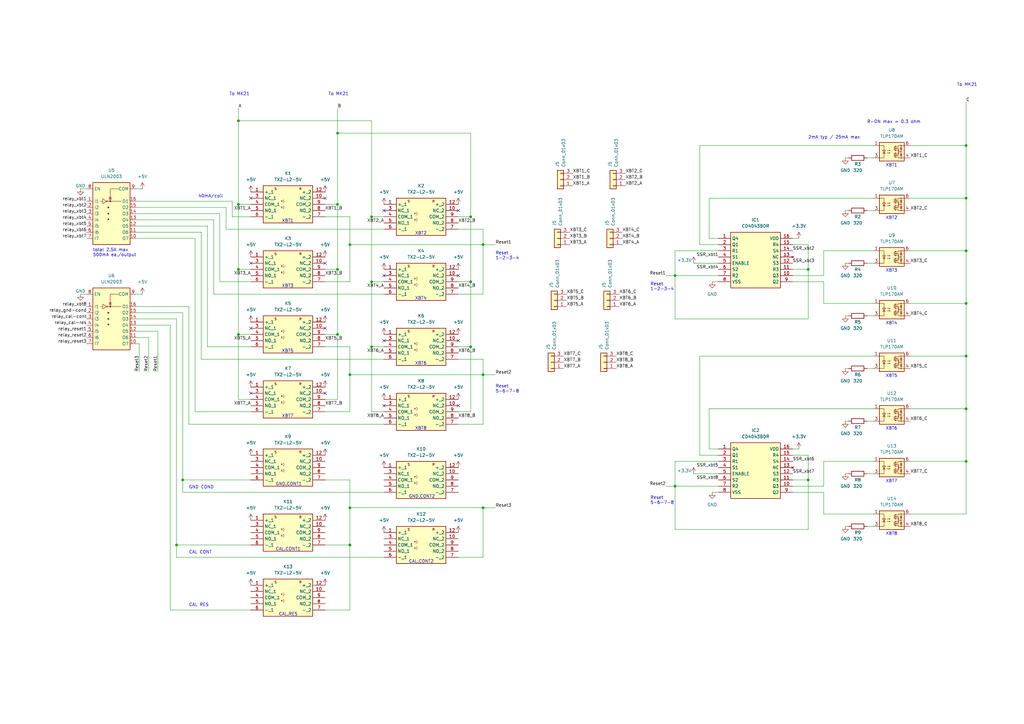
<source format=kicad_sch>
(kicad_sch (version 20230121) (generator eeschema)
  (paper "A3")
  (lib_symbols
    (symbol "Connector_Generic:Conn_01x03" (pin_names (offset 1.016) hide)
      (property "Reference" "J" (at 0 5.08 0))
      (property "Value" "Conn_01x03" (at 0 -5.08 0))
      (symbol "Conn_01x03_1_1"
        (pin passive line (at -5.08 2.54 0) (length 3.81) (name "Pin_1") (number "1"))
        (pin passive line (at -5.08 0 0) (length 3.81) (name "Pin_2") (number "2"))
        (pin passive line (at -5.08 -2.54 0) (length 3.81) (name "Pin_3") (number "3"))
      )
    )
    (symbol "Device:R" (pin_numbers hide) (pin_names (offset 0))
      (property "Reference" "R" (at 2.032 0 90))
      (property "Value" "R" (at 0 0 90))
      (symbol "R_1_1"
        (pin passive line (at 0 3.81 270) (length 1.27) (name "~") (number "1"))
        (pin passive line (at 0 -3.81 90) (length 1.27) (name "~") (number "2"))
      )
    )
    (symbol "Latch_CD4043BDR:CD4043BDR"
      (property "Reference" "IC" (at 26.67 7.62 0))
      (property "Value" "CD4043BDR" (at 26.67 5.08 0))
      (symbol "CD4043BDR_1_1"
        (pin passive line (at 0 0 0) (length 5.08) (name "Q4") (number "1"))
        (pin passive line (at 30.48 -15.24 180) (length 5.08) (name "Q3") (number "10"))
        (pin passive line (at 30.48 -12.7 180) (length 5.08) (name "R3") (number "11"))
        (pin passive line (at 30.48 -10.16 180) (length 5.08) (name "S3") (number "12"))
        (pin no_connect line (at 30.48 -7.62 180) (length 5.08) (name "NC") (number "13"))
        (pin passive line (at 30.48 -5.08 180) (length 5.08) (name "S4") (number "14"))
        (pin passive line (at 30.48 -2.54 180) (length 5.08) (name "R4") (number "15"))
        (pin passive line (at 30.48 0 180) (length 5.08) (name "VDD") (number "16"))
        (pin passive line (at 0 -2.54 0) (length 5.08) (name "Q1") (number "2"))
        (pin passive line (at 0 -5.08 0) (length 5.08) (name "R1") (number "3"))
        (pin passive line (at 0 -7.62 0) (length 5.08) (name "S1") (number "4"))
        (pin passive line (at 0 -10.16 0) (length 5.08) (name "ENABLE") (number "5"))
        (pin passive line (at 0 -12.7 0) (length 5.08) (name "S2") (number "6"))
        (pin passive line (at 0 -15.24 0) (length 5.08) (name "R2") (number "7"))
        (pin passive line (at 0 -17.78 0) (length 5.08) (name "VSS") (number "8"))
        (pin passive line (at 30.48 -17.78 180) (length 5.08) (name "Q2") (number "9"))
      )
    )
    (symbol "Relay_SolidState:TLP175A"
      (property "Reference" "U" (at -5.08 4.953 0))
      (property "Value" "TLP175A" (at -5.08 -5.08 0))
      (symbol "TLP175A_1_1"
        (pin passive line (at -7.62 2.54 0) (length 2.54) (name "~") (number "1"))
        (pin passive line (at -7.62 -2.54 0) (length 2.54) (name "~") (number "3"))
        (pin passive line (at 7.62 -2.54 180) (length 2.54) (name "~") (number "4"))
        (pin passive line (at 7.62 2.54 180) (length 2.54) (name "~") (number "6"))
      )
    )
    (symbol "Relay_TX-L2-5V_2:TX2-L2-5V"
      (property "Reference" "K" (at 26.67 7.62 0))
      (property "Value" "TX2-L2-5V" (at 26.67 5.08 0))
      (symbol "TX2-L2-5V_1_1"
        (text "R" (at 12.7 -3.81 0) (effects (font (size 0.5 0.5))))
        (text "R" (at 20.32 1.27 0) (effects (font (size 1 1))))
        (text "S" (at 10.16 1.27 0) (effects (font (size 1 1))))
        (text "S" (at 12.7 -6.35 0) (effects (font (size 0.5 0.5))))
        (pin passive line (at 0 0 0) (length 5.08) (name "+_1") (number "1"))
        (pin passive line (at 30.48 -2.54 180) (length 5.08) (name "NC_2") (number "10"))
        (pin passive line (at 30.48 0 180) (length 5.08) (name "+_2") (number "12"))
        (pin passive line (at 0 -2.54 0) (length 5.08) (name "NC_1") (number "3"))
        (pin passive line (at 0 -5.08 0) (length 5.08) (name "COM_1") (number "4"))
        (pin passive line (at 0 -7.62 0) (length 5.08) (name "NO_1") (number "5"))
        (pin passive line (at 0 -10.16 0) (length 5.08) (name "-_1") (number "6"))
        (pin passive line (at 30.48 -10.16 180) (length 5.08) (name "-_2") (number "7"))
        (pin passive line (at 30.48 -7.62 180) (length 5.08) (name "NO_2") (number "8"))
        (pin passive line (at 30.48 -5.08 180) (length 5.08) (name "COM_2") (number "9"))
      )
    )
    (symbol "ULN2003AN:ULN2003"
      (property "Reference" "U" (at 0 15.875 0))
      (property "Value" "ULN2003" (at 0 13.97 0))
      (symbol "ULN2003_1_1"
        (pin input line (at -10.16 5.08 0) (length 2.54) (name "I1") (number "1"))
        (pin open_collector line (at 10.16 -10.16 180) (length 2.54) (name "O7") (number "10"))
        (pin open_collector line (at 10.16 -7.62 180) (length 2.54) (name "O6") (number "11"))
        (pin open_collector line (at 10.16 -5.08 180) (length 2.54) (name "O5") (number "12"))
        (pin open_collector line (at 10.16 -2.54 180) (length 2.54) (name "O4") (number "13"))
        (pin open_collector line (at 10.16 0 180) (length 2.54) (name "O3") (number "14"))
        (pin open_collector line (at 10.16 2.54 180) (length 2.54) (name "O2") (number "15"))
        (pin open_collector line (at 10.16 5.08 180) (length 2.54) (name "O1") (number "16"))
        (pin input line (at -10.16 2.54 0) (length 2.54) (name "I2") (number "2"))
        (pin input line (at -10.16 0 0) (length 2.54) (name "I3") (number "3"))
        (pin input line (at -10.16 -2.54 0) (length 2.54) (name "I4") (number "4"))
        (pin input line (at -10.16 -5.08 0) (length 2.54) (name "I5") (number "5"))
        (pin input line (at -10.16 -7.62 0) (length 2.54) (name "I6") (number "6"))
        (pin input line (at -10.16 -10.16 0) (length 2.54) (name "I7") (number "7"))
        (pin input line (at -10.16 10.16 0) (length 2.54) (name "EN") (number "8"))
        (pin passive line (at 10.16 10.16 180) (length 2.54) (name "COM") (number "9"))
      )
    )
    (symbol "power:+3.3V" (power) (pin_names (offset 0))
      (property "Value" "+3.3V" (at 0 3.556 0))
      (symbol "+3.3V_1_1"
        (pin power_in line (at 0 0 90) (length 0) hide (name "+3.3V") (number "1"))
      )
    )
    (symbol "power:+5V" (power) (pin_names (offset 0))
      (property "Value" "+5V" (at 0 3.556 0))
      (symbol "+5V_1_1"
        (pin power_in line (at 0 0 90) (length 0) hide (name "+5V") (number "1"))
      )
    )
    (symbol "power:GND" (power) (pin_names (offset 0))
      (property "Value" "GND" (at 0 -3.81 0))
      (symbol "GND_1_1"
        (pin power_in line (at 0 0 270) (length 0) hide (name "GND") (number "1"))
      )
    )
  )
  (junction (at 276.86 113.03))
  (junction (at 74.93 196.85))
  (junction (at 198.12 100.33))
  (junction (at 331.47 110.49))
  (junction (at 138.43 110.49))
  (junction (at 396.24 81.28))
  (junction (at 396.24 102.87))
  (junction (at 143.51 208.28))
  (junction (at 396.24 189.23))
  (junction (at 138.43 137.16))
  (junction (at 152.4 88.9))
  (junction (at 138.43 83.82))
  (junction (at 138.43 54.61))
  (junction (at 331.47 196.85))
  (junction (at 193.04 88.9))
  (junction (at 396.24 124.46))
  (junction (at 143.51 100.33))
  (junction (at 143.51 223.52))
  (junction (at 193.04 115.57))
  (junction (at 143.51 153.67))
  (junction (at 193.04 142.24))
  (junction (at 97.79 110.49))
  (junction (at 276.86 199.39))
  (junction (at 396.24 167.64))
  (junction (at 198.12 153.67))
  (junction (at 72.39 223.52))
  (junction (at 97.79 49.53))
  (junction (at 396.24 146.05))
  (junction (at 97.79 83.82))
  (junction (at 396.24 59.69))
  (junction (at 198.12 208.28))
  (junction (at 152.4 115.57))
  (junction (at 152.4 142.24))
  (junction (at 97.79 137.16))
  (no_connect (at 133.35 134.62))
  (no_connect (at 102.87 107.95))
  (no_connect (at 133.35 107.95))
  (no_connect (at 187.96 139.7))
  (no_connect (at 102.87 161.29))
  (no_connect (at 157.48 139.7))
  (no_connect (at 157.48 86.36))
  (no_connect (at 157.48 113.03))
  (no_connect (at 102.87 134.62))
  (no_connect (at 133.35 81.28))
  (no_connect (at 187.96 113.03))
  (no_connect (at 133.35 161.29))
  (no_connect (at 187.96 166.37))
  (no_connect (at 157.48 166.37))
  (no_connect (at 102.87 81.28))
  (no_connect (at 187.96 86.36))
  (wire (pts (xy 60.96 138.43) (xy 60.96 152.4)))
  (wire (pts (xy 325.12 110.49) (xy 331.47 110.49)))
  (wire (pts (xy 198.12 120.65) (xy 198.12 100.33)))
  (wire (pts (xy 287.02 186.69) (xy 294.64 186.69)))
  (wire (pts (xy 97.79 49.53) (xy 152.4 49.53)))
  (wire (pts (xy 347.98 64.77) (xy 346.71 64.77)))
  (wire (pts (xy 396.24 59.69) (xy 396.24 81.28)))
  (wire (pts (xy 198.12 173.99) (xy 198.12 153.67)))
  (wire (pts (xy 143.51 223.52) (xy 143.51 208.28)))
  (wire (pts (xy 74.93 201.93) (xy 74.93 196.85)))
  (wire (pts (xy 97.79 83.82) (xy 97.79 110.49)))
  (wire (pts (xy 358.14 210.82) (xy 337.82 210.82)))
  (wire (pts (xy 331.47 100.33) (xy 331.47 110.49)))
  (wire (pts (xy 102.87 163.83) (xy 97.79 163.83)))
  (wire (pts (xy 97.79 44.45) (xy 97.79 49.53)))
  (wire (pts (xy 396.24 81.28) (xy 396.24 102.87)))
  (wire (pts (xy 143.51 142.24) (xy 133.35 142.24)))
  (wire (pts (xy 193.04 168.91) (xy 193.04 142.24)))
  (wire (pts (xy 157.48 168.91) (xy 152.4 168.91)))
  (wire (pts (xy 292.1 201.93) (xy 294.64 201.93)))
  (wire (pts (xy 90.17 87.63) (xy 90.17 115.57)))
  (wire (pts (xy 347.98 86.36) (xy 346.71 86.36)))
  (wire (pts (xy 358.14 124.46) (xy 337.82 124.46)))
  (wire (pts (xy 331.47 217.17) (xy 276.86 217.17)))
  (wire (pts (xy 396.24 81.28) (xy 373.38 81.28)))
  (wire (pts (xy 80.01 97.79) (xy 80.01 168.91)))
  (wire (pts (xy 347.98 107.95) (xy 346.71 107.95)))
  (wire (pts (xy 273.05 199.39) (xy 276.86 199.39)))
  (wire (pts (xy 152.4 142.24) (xy 152.4 168.91)))
  (wire (pts (xy 373.38 146.05) (xy 396.24 146.05)))
  (wire (pts (xy 396.24 189.23) (xy 373.38 189.23)))
  (wire (pts (xy 58.42 77.47) (xy 55.88 77.47)))
  (wire (pts (xy 152.4 88.9) (xy 152.4 115.57)))
  (wire (pts (xy 97.79 49.53) (xy 97.79 83.82)))
  (wire (pts (xy 358.14 59.69) (xy 287.02 59.69)))
  (wire (pts (xy 74.93 196.85) (xy 102.87 196.85)))
  (wire (pts (xy 55.88 130.81) (xy 72.39 130.81)))
  (wire (pts (xy 152.4 115.57) (xy 157.48 115.57)))
  (wire (pts (xy 347.98 151.13) (xy 346.71 151.13)))
  (wire (pts (xy 55.88 90.17) (xy 87.63 90.17)))
  (wire (pts (xy 396.24 59.69) (xy 396.24 41.91)))
  (wire (pts (xy 337.82 201.93) (xy 325.12 201.93)))
  (wire (pts (xy 276.86 113.03) (xy 294.64 113.03)))
  (wire (pts (xy 287.02 146.05) (xy 287.02 186.69)))
  (wire (pts (xy 187.96 120.65) (xy 198.12 120.65)))
  (wire (pts (xy 331.47 110.49) (xy 331.47 130.81)))
  (wire (pts (xy 276.86 189.23) (xy 276.86 199.39)))
  (wire (pts (xy 133.35 88.9) (xy 143.51 88.9)))
  (wire (pts (xy 138.43 163.83) (xy 133.35 163.83)))
  (wire (pts (xy 90.17 115.57) (xy 102.87 115.57)))
  (wire (pts (xy 396.24 124.46) (xy 396.24 146.05)))
  (wire (pts (xy 358.14 81.28) (xy 290.83 81.28)))
  (wire (pts (xy 55.88 92.71) (xy 85.09 92.71)))
  (wire (pts (xy 95.25 82.55) (xy 95.25 88.9)))
  (wire (pts (xy 331.47 130.81) (xy 276.86 130.81)))
  (wire (pts (xy 138.43 137.16) (xy 138.43 110.49)))
  (wire (pts (xy 355.6 172.72) (xy 358.14 172.72)))
  (wire (pts (xy 396.24 167.64) (xy 373.38 167.64)))
  (wire (pts (xy 198.12 208.28) (xy 203.2 208.28)))
  (wire (pts (xy 337.82 199.39) (xy 325.12 199.39)))
  (wire (pts (xy 77.47 173.99) (xy 157.48 173.99)))
  (wire (pts (xy 284.48 194.31) (xy 294.64 194.31)))
  (wire (pts (xy 97.79 110.49) (xy 97.79 137.16)))
  (wire (pts (xy 198.12 147.32) (xy 198.12 153.67)))
  (wire (pts (xy 355.6 107.95) (xy 358.14 107.95)))
  (wire (pts (xy 337.82 115.57) (xy 325.12 115.57)))
  (wire (pts (xy 143.51 250.19) (xy 143.51 223.52)))
  (wire (pts (xy 276.86 199.39) (xy 294.64 199.39)))
  (wire (pts (xy 97.79 137.16) (xy 102.87 137.16)))
  (wire (pts (xy 337.82 113.03) (xy 325.12 113.03)))
  (wire (pts (xy 55.88 97.79) (xy 80.01 97.79)))
  (wire (pts (xy 55.88 87.63) (xy 90.17 87.63)))
  (wire (pts (xy 337.82 124.46) (xy 337.82 115.57)))
  (wire (pts (xy 396.24 124.46) (xy 373.38 124.46)))
  (wire (pts (xy 72.39 228.6) (xy 72.39 223.52)))
  (wire (pts (xy 287.02 100.33) (xy 294.64 100.33)))
  (wire (pts (xy 138.43 137.16) (xy 133.35 137.16)))
  (wire (pts (xy 358.14 167.64) (xy 290.83 167.64)))
  (wire (pts (xy 273.05 113.03) (xy 276.86 113.03)))
  (wire (pts (xy 396.24 102.87) (xy 396.24 124.46)))
  (wire (pts (xy 152.4 49.53) (xy 152.4 88.9)))
  (wire (pts (xy 55.88 135.89) (xy 64.77 135.89)))
  (wire (pts (xy 55.88 85.09) (xy 92.71 85.09)))
  (wire (pts (xy 87.63 90.17) (xy 87.63 120.65)))
  (wire (pts (xy 133.35 196.85) (xy 143.51 196.85)))
  (wire (pts (xy 72.39 223.52) (xy 102.87 223.52)))
  (wire (pts (xy 355.6 194.31) (xy 358.14 194.31)))
  (wire (pts (xy 337.82 210.82) (xy 337.82 201.93)))
  (wire (pts (xy 143.51 168.91) (xy 143.51 153.67)))
  (wire (pts (xy 193.04 115.57) (xy 193.04 88.9)))
  (wire (pts (xy 290.83 81.28) (xy 290.83 97.79)))
  (wire (pts (xy 347.98 194.31) (xy 346.71 194.31)))
  (wire (pts (xy 198.12 153.67) (xy 143.51 153.67)))
  (wire (pts (xy 133.35 223.52) (xy 143.51 223.52)))
  (wire (pts (xy 157.48 201.93) (xy 74.93 201.93)))
  (wire (pts (xy 355.6 151.13) (xy 358.14 151.13)))
  (wire (pts (xy 358.14 102.87) (xy 337.82 102.87)))
  (wire (pts (xy 193.04 88.9) (xy 187.96 88.9)))
  (wire (pts (xy 143.51 153.67) (xy 143.51 142.24)))
  (wire (pts (xy 355.6 64.77) (xy 358.14 64.77)))
  (wire (pts (xy 143.51 115.57) (xy 143.51 100.33)))
  (wire (pts (xy 138.43 110.49) (xy 138.43 83.82)))
  (wire (pts (xy 193.04 54.61) (xy 138.43 54.61)))
  (wire (pts (xy 55.88 138.43) (xy 60.96 138.43)))
  (wire (pts (xy 287.02 59.69) (xy 287.02 100.33)))
  (wire (pts (xy 292.1 115.57) (xy 294.64 115.57)))
  (wire (pts (xy 284.48 107.95) (xy 294.64 107.95)))
  (wire (pts (xy 143.51 196.85) (xy 143.51 208.28)))
  (wire (pts (xy 85.09 142.24) (xy 102.87 142.24)))
  (wire (pts (xy 198.12 228.6) (xy 198.12 208.28)))
  (wire (pts (xy 193.04 142.24) (xy 187.96 142.24)))
  (wire (pts (xy 290.83 184.15) (xy 294.64 184.15)))
  (wire (pts (xy 82.55 95.25) (xy 82.55 147.32)))
  (wire (pts (xy 82.55 147.32) (xy 157.48 147.32)))
  (wire (pts (xy 193.04 168.91) (xy 187.96 168.91)))
  (wire (pts (xy 55.88 133.35) (xy 69.85 133.35)))
  (wire (pts (xy 87.63 120.65) (xy 157.48 120.65)))
  (wire (pts (xy 143.51 208.28) (xy 198.12 208.28)))
  (wire (pts (xy 64.77 135.89) (xy 64.77 152.4)))
  (wire (pts (xy 72.39 130.81) (xy 72.39 223.52)))
  (wire (pts (xy 152.4 115.57) (xy 152.4 142.24)))
  (wire (pts (xy 355.6 129.54) (xy 358.14 129.54)))
  (wire (pts (xy 55.88 140.97) (xy 57.15 140.97)))
  (wire (pts (xy 396.24 167.64) (xy 396.24 189.23)))
  (wire (pts (xy 97.79 137.16) (xy 97.79 163.83)))
  (wire (pts (xy 187.96 228.6) (xy 198.12 228.6)))
  (wire (pts (xy 152.4 88.9) (xy 157.48 88.9)))
  (wire (pts (xy 198.12 100.33) (xy 198.12 93.98)))
  (wire (pts (xy 69.85 133.35) (xy 69.85 250.19)))
  (wire (pts (xy 138.43 83.82) (xy 133.35 83.82)))
  (wire (pts (xy 138.43 44.45) (xy 138.43 54.61)))
  (wire (pts (xy 143.51 100.33) (xy 198.12 100.33)))
  (wire (pts (xy 95.25 88.9) (xy 102.87 88.9)))
  (wire (pts (xy 138.43 163.83) (xy 138.43 137.16)))
  (wire (pts (xy 193.04 142.24) (xy 193.04 115.57)))
  (wire (pts (xy 198.12 153.67) (xy 203.2 153.67)))
  (wire (pts (xy 55.88 82.55) (xy 95.25 82.55)))
  (wire (pts (xy 294.64 189.23) (xy 276.86 189.23)))
  (wire (pts (xy 55.88 125.73) (xy 77.47 125.73)))
  (wire (pts (xy 193.04 88.9) (xy 193.04 54.61)))
  (wire (pts (xy 347.98 172.72) (xy 346.71 172.72)))
  (wire (pts (xy 355.6 86.36) (xy 358.14 86.36)))
  (wire (pts (xy 143.51 88.9) (xy 143.51 100.33)))
  (wire (pts (xy 276.86 199.39) (xy 276.86 217.17)))
  (wire (pts (xy 276.86 113.03) (xy 276.86 130.81)))
  (wire (pts (xy 325.12 100.33) (xy 331.47 100.33)))
  (wire (pts (xy 396.24 146.05) (xy 396.24 167.64)))
  (wire (pts (xy 337.82 189.23) (xy 337.82 199.39)))
  (wire (pts (xy 138.43 54.61) (xy 138.43 83.82)))
  (wire (pts (xy 358.14 146.05) (xy 287.02 146.05)))
  (wire (pts (xy 77.47 125.73) (xy 77.47 173.99)))
  (wire (pts (xy 396.24 189.23) (xy 396.24 210.82)))
  (wire (pts (xy 92.71 93.98) (xy 157.48 93.98)))
  (wire (pts (xy 331.47 196.85) (xy 331.47 217.17)))
  (wire (pts (xy 325.12 196.85) (xy 331.47 196.85)))
  (wire (pts (xy 57.15 140.97) (xy 57.15 152.4)))
  (wire (pts (xy 133.35 250.19) (xy 143.51 250.19)))
  (wire (pts (xy 97.79 110.49) (xy 102.87 110.49)))
  (wire (pts (xy 133.35 115.57) (xy 143.51 115.57)))
  (wire (pts (xy 347.98 215.9) (xy 346.71 215.9)))
  (wire (pts (xy 396.24 102.87) (xy 373.38 102.87)))
  (wire (pts (xy 97.79 83.82) (xy 102.87 83.82)))
  (wire (pts (xy 85.09 92.71) (xy 85.09 142.24)))
  (wire (pts (xy 331.47 186.69) (xy 331.47 196.85)))
  (wire (pts (xy 325.12 184.15) (xy 327.66 184.15)))
  (wire (pts (xy 157.48 228.6) (xy 72.39 228.6)))
  (wire (pts (xy 325.12 97.79) (xy 327.66 97.79)))
  (wire (pts (xy 396.24 210.82) (xy 373.38 210.82)))
  (wire (pts (xy 138.43 110.49) (xy 133.35 110.49)))
  (wire (pts (xy 290.83 167.64) (xy 290.83 184.15)))
  (wire (pts (xy 133.35 168.91) (xy 143.51 168.91)))
  (wire (pts (xy 337.82 102.87) (xy 337.82 113.03)))
  (wire (pts (xy 33.02 77.47) (xy 35.56 77.47)))
  (wire (pts (xy 80.01 168.91) (xy 102.87 168.91)))
  (wire (pts (xy 198.12 100.33) (xy 203.2 100.33)))
  (wire (pts (xy 294.64 102.87) (xy 276.86 102.87)))
  (wire (pts (xy 325.12 186.69) (xy 331.47 186.69)))
  (wire (pts (xy 193.04 115.57) (xy 187.96 115.57)))
  (wire (pts (xy 187.96 147.32) (xy 198.12 147.32)))
  (wire (pts (xy 187.96 173.99) (xy 198.12 173.99)))
  (wire (pts (xy 92.71 85.09) (xy 92.71 93.98)))
  (wire (pts (xy 74.93 128.27) (xy 74.93 196.85)))
  (wire (pts (xy 33.02 120.65) (xy 35.56 120.65)))
  (wire (pts (xy 276.86 102.87) (xy 276.86 113.03)))
  (wire (pts (xy 152.4 142.24) (xy 157.48 142.24)))
  (wire (pts (xy 69.85 250.19) (xy 102.87 250.19)))
  (wire (pts (xy 347.98 129.54) (xy 346.71 129.54)))
  (wire (pts (xy 358.14 189.23) (xy 337.82 189.23)))
  (wire (pts (xy 198.12 93.98) (xy 187.96 93.98)))
  (wire (pts (xy 58.42 120.65) (xy 55.88 120.65)))
  (wire (pts (xy 55.88 128.27) (xy 74.93 128.27)))
  (wire (pts (xy 355.6 215.9) (xy 358.14 215.9)))
  (wire (pts (xy 55.88 95.25) (xy 82.55 95.25)))
  (wire (pts (xy 290.83 97.79) (xy 294.64 97.79)))
  (wire (pts (xy 373.38 59.69) (xy 396.24 59.69)))
  (text "GND.CONT2" (at 167.64 204.47 0) (effects (font (size 1.27 1.27)) (justify left bottom)))
  (text "XBT4" (at 170.18 123.19 0) (effects (font (size 1.27 1.27)) (justify left bottom)))
  (text "XBT7" (at 363.22 198.12 0) (effects (font (size 1.27 1.27)) (justify left bottom)))
  (text "XBT6" (at 363.22 176.53 0) (effects (font (size 1.27 1.27)) (justify left bottom)))
  (text "XBT8" (at 170.18 176.53 0) (effects (font (size 1.27 1.27)) (justify left bottom)))
  (text "XBT3" (at 363.22 111.76 0) (effects (font (size 1.27 1.27)) (justify left bottom)))
  (text "CAL.CONT2" (at 167.64 231.14 0) (effects (font (size 1.27 1.27)) (justify left bottom)))
  (text "XBT8" (at 363.22 219.71 0) (effects (font (size 1.27 1.27)) (justify left bottom)))
  (text "To MK21" (at 392.43 35.56 0) (effects (font (size 1.27 1.27)) (justify left bottom)))
  (text "Reset \n1-2-3-4\n" (at 203.2 106.68 0) (effects (font (size 1.27 1.27)) (justify left bottom)))
  (text "CAL.RES" (at 114.3 252.73 0) (effects (font (size 1.27 1.27)) (justify left bottom)))
  (text "XBT4" (at 363.22 133.35 0) (effects (font (size 1.27 1.27)) (justify left bottom)))
  (text "CAL RES\n" (at 77.47 248.92 0) (effects (font (size 1.27 1.27)) (justify left bottom)))
  (text "XBT2" (at 170.18 96.52 0) (effects (font (size 1.27 1.27)) (justify left bottom)))
  (text "To MK21" (at 93.98 39.37 0) (effects (font (size 1.27 1.27)) (justify left bottom)))
  (text "XBT6" (at 170.18 149.86 0) (effects (font (size 1.27 1.27)) (justify left bottom)))
  (text "R-ON max = 0.3 ohm" (at 355.6 50.8 0) (effects (font (size 1.27 1.27)) (justify left bottom)))
  (text "To MK21" (at 134.62 39.37 0) (effects (font (size 1.27 1.27)) (justify left bottom)))
  (text "XBT1" (at 115.57 91.44 0) (effects (font (size 1.27 1.27)) (justify left bottom)))
  (text "total 2.5A max\n500mA ea./output\n" (at 38.1 105.41 0) (effects (font (size 1.27 1.27)) (justify left bottom)))
  (text "XBT2" (at 363.22 90.17 0) (effects (font (size 1.27 1.27)) (justify left bottom)))
  (text "XBT7" (at 115.57 171.45 0) (effects (font (size 1.27 1.27)) (justify left bottom)))
  (text "40mA/coil\n" (at 81.28 81.28 0) (effects (font (size 1.27 1.27)) (justify left bottom)))
  (text "Reset \n5-6-7-8\n" (at 266.7 207.01 0) (effects (font (size 1.27 1.27)) (justify left bottom)))
  (text "2mA typ / 25mA max" (at 331.47 57.15 0) (effects (font (size 1.27 1.27)) (justify left bottom)))
  (text "XBT1" (at 363.22 68.58 0) (effects (font (size 1.27 1.27)) (justify left bottom)))
  (text "XBT5" (at 363.22 154.94 0) (effects (font (size 1.27 1.27)) (justify left bottom)))
  (text "CAL.CONT1" (at 113.03 226.06 0) (effects (font (size 1.27 1.27)) (justify left bottom)))
  (text "GND COND\n" (at 77.47 200.66 0) (effects (font (size 1.27 1.27)) (justify left bottom)))
  (text "XBT5" (at 115.57 144.78 0) (effects (font (size 1.27 1.27)) (justify left bottom)))
  (text "Reset \n1-2-3-4\n" (at 266.7 119.38 0) (effects (font (size 1.27 1.27)) (justify left bottom)))
  (text "XBT3" (at 115.57 118.11 0) (effects (font (size 1.27 1.27)) (justify left bottom)))
  (text "CAL CONT" (at 77.47 227.33 0) (effects (font (size 1.27 1.27)) (justify left bottom)))
  (text "Reset \n5-6-7-8\n" (at 203.2 161.29 0) (effects (font (size 1.27 1.27)) (justify left bottom)))
  (text "GND.CONT1" (at 113.03 199.39 0) (effects (font (size 1.27 1.27)) (justify left bottom)))
  (label "XBT3_A" (at 233.68 100.33 0))
  (label "XBT4_C" (at 255.27 95.25 0))
  (label "relay_xbt6" (at 35.56 95.25 180))
  (label "SSR_xbt5" (at 294.64 191.77 180))
  (label "XBT5_C" (at 373.38 151.13 0))
  (label "XBT2_B" (at 256.54 73.66 0))
  (label "relay_cal-cont" (at 35.56 130.81 180))
  (label "XBT6_B" (at 187.96 144.78 0))
  (label "XBT7_A" (at 231.14 151.13 0))
  (label "XBT4_B" (at 187.96 118.11 0))
  (label "XBT7_C" (at 231.14 146.05 0))
  (label "relay_cal-res" (at 35.56 133.35 180))
  (label "Reset3" (at 57.15 152.4 90))
  (label "XBT4_B" (at 255.27 97.79 0))
  (label "XBT1_B" (at 234.95 73.66 0))
  (label "XBT6_A" (at 157.48 144.78 180))
  (label "XBT7_B" (at 231.14 148.59 0))
  (label "XBT1_A" (at 102.87 86.36 180))
  (label "XBT4_C" (at 373.38 129.54 0))
  (label "SSR_xbt8" (at 294.64 196.85 180))
  (label "XBT8_A" (at 252.73 151.13 0))
  (label "relay_reset1" (at 35.56 135.89 180))
  (label "relay_xbt8" (at 35.56 125.73 180))
  (label "XBT2_B" (at 187.96 91.44 0))
  (label "Reset3" (at 203.2 208.28 0))
  (label "relay_xbt4" (at 35.56 90.17 180))
  (label "SSR_xbt6" (at 325.12 189.23 0))
  (label "SSR_xbt7" (at 325.12 194.31 0))
  (label "XBT8_B" (at 187.96 171.45 0))
  (label "XBT3_B" (at 133.35 113.03 0))
  (label "XBT4_A" (at 255.27 100.33 0))
  (label "XBT5_A" (at 232.41 125.73 0))
  (label "SSR_xbt4" (at 294.64 110.49 180))
  (label "relay_gnd-cond" (at 35.56 128.27 180))
  (label "Reset2" (at 203.2 153.67 0))
  (label "B" (at 138.43 44.45 0))
  (label "XBT3_B" (at 233.68 97.79 0))
  (label "relay_xbt1" (at 35.56 82.55 180))
  (label "XBT2_C" (at 373.38 86.36 0))
  (label "Reset1" (at 273.05 113.03 180))
  (label "XBT7_C" (at 373.38 194.31 0))
  (label "relay_xbt5" (at 35.56 92.71 180))
  (label "relay_xbt2" (at 35.56 85.09 180))
  (label "XBT8_C" (at 252.73 146.05 0))
  (label "XBT2_A" (at 256.54 76.2 0))
  (label "XBT1_A" (at 234.95 76.2 0))
  (label "XBT8_C" (at 373.38 215.9 0))
  (label "XBT3_C" (at 373.38 107.95 0))
  (label "XBT7_B" (at 133.35 166.37 0))
  (label "XBT2_C" (at 256.54 71.12 0))
  (label "XBT6_C" (at 373.38 172.72 0))
  (label "XBT5_B" (at 232.41 123.19 0))
  (label "XBT3_C" (at 233.68 95.25 0))
  (label "XBT5_B" (at 133.35 139.7 0))
  (label "XBT3_A" (at 102.87 113.03 180))
  (label "A" (at 97.79 44.45 0))
  (label "relay_xbt3" (at 35.56 87.63 180))
  (label "relay_reset3" (at 35.56 140.97 180))
  (label "XBT1_B" (at 133.35 86.36 0))
  (label "Reset2" (at 60.96 152.4 90))
  (label "SSR_xbt2" (at 325.12 102.87 0))
  (label "XBT7_A" (at 102.87 166.37 180))
  (label "relay_xbt7" (at 35.56 97.79 180))
  (label "SSR_xbt3" (at 325.12 107.95 0))
  (label "Reset1" (at 203.2 100.33 0))
  (label "XBT2_A" (at 157.48 91.44 180))
  (label "Reset2" (at 273.05 199.39 180))
  (label "XBT6_C" (at 254 120.65 0))
  (label "XBT4_A" (at 157.48 118.11 180))
  (label "XBT5_C" (at 232.41 120.65 0))
  (label "relay_reset2" (at 35.56 138.43 180))
  (label "XBT5_A" (at 102.87 139.7 180))
  (label "Reset1" (at 64.77 152.4 90))
  (label "XBT6_A" (at 254 125.73 0))
  (label "XBT8_A" (at 157.48 171.45 180))
  (label "XBT6_B" (at 254 123.19 0))
  (label "C" (at 396.24 41.91 0))
  (label "XBT1_C" (at 373.38 64.77 0))
  (label "XBT1_C" (at 234.95 71.12 0))
  (label "SSR_xbt1" (at 294.64 105.41 180))
  (label "XBT8_B" (at 252.73 148.59 0))
  (symbol (lib_id "Connector_Generic:Conn_01x03") (at 247.65 148.59 180) (unit 1)
    (property "Reference" "J5" (at 246.38 143.51 90) (effects (justify right)))
    (property "Value" "Conn_01x03" (at 248.92 143.51 90) (effects (justify right)))
    (instances (project "AOML_AB_3.0" (path "" (reference "J5") (unit 1)) (path "" (reference "J12") (unit 1))))
  )
  (symbol (lib_id "Relay_SolidState:TLP175A") (at 365.76 148.59 0) (unit 1)
    (property "Reference" "U11" (at 365.76 139.7 0))
    (property "Value" "TLP170AM" (at 365.76 142.24 0))
    (property "Footprint" "Package_SO:MFSOP6-4_4.4x3.6mm_P1.27mm" (effects hide))
    (property "Datasheet" "https://toshiba.semicon-storage.com/info/TLP170AM_datasheet_en_20210524.pdf?did=69016&prodName=TLP170AM" (effects hide))
    (property "Digikey" "https://www.digikey.com/en/products/detail/toshiba-semiconductor-and-storage/TLP170AM-TPL-E/12698771" (effects hide))
  )
  (symbol (lib_id "Device:R") (at 351.79 107.95 270) (unit 1)
    (property "Reference" "R4" (at 351.79 110.49 90))
    (property "Value" "320" (at 351.79 113.03 90))
  )
  (symbol (lib_id "power:+5V") (at 102.87 240.03 0) (unit 1)
    (property "Reference" "#PWR066" (effects hide))
    (property "Value" "+5V" (at 102.87 234.95 0))
  )
  (symbol (lib_id "Connector_Generic:Conn_01x03") (at 248.92 123.19 180) (unit 1)
    (property "Reference" "J5" (at 247.65 118.11 90) (effects (justify right)))
    (property "Value" "Conn_01x03" (at 250.19 118.11 90) (effects (justify right)))
    (instances (project "AOML_AB_3.0" (path "" (reference "J5") (unit 1)) (path "" (reference "J10") (unit 1))))
  )
  (symbol (lib_id "power:GND") (at 292.1 201.93 0) (unit 1)
    (property "Reference" "#PWR027" (effects hide))
    (property "Value" "GND" (at 292.1 207.01 0))
  )
  (symbol (lib_id "power:+5V") (at 133.35 240.03 0) (unit 1)
    (property "Reference" "#PWR067" (effects hide))
    (property "Value" "+5V" (at 133.35 234.95 0))
  )
  (symbol (lib_id "power:GND") (at 346.71 151.13 0) (unit 1)
    (property "Reference" "#PWR021" (effects hide))
    (property "Value" "GND" (at 346.71 156.21 0))
  )
  (symbol (lib_id "Relay_SolidState:TLP175A") (at 365.76 105.41 0) (unit 1)
    (property "Reference" "U9" (at 365.76 96.52 0))
    (property "Value" "TLP170AM" (at 365.76 99.06 0))
    (property "Footprint" "Package_SO:MFSOP6-4_4.4x3.6mm_P1.27mm" (effects hide))
    (property "Datasheet" "https://toshiba.semicon-storage.com/info/TLP170AM_datasheet_en_20210524.pdf?did=69016&prodName=TLP170AM" (effects hide))
    (property "Digikey" "https://www.digikey.com/en/products/detail/toshiba-semiconductor-and-storage/TLP170AM-TPL-E/12698771" (effects hide))
  )
  (symbol (lib_id "Connector_Generic:Conn_01x03") (at 229.87 73.66 180) (unit 1)
    (property "Reference" "J5" (at 228.6 68.58 90) (effects (justify right)))
    (property "Value" "Conn_01x03" (at 231.14 68.58 90) (effects (justify right)))
  )
  (symbol (lib_id "Device:R") (at 351.79 194.31 270) (unit 1)
    (property "Reference" "R8" (at 351.79 196.85 90))
    (property "Value" "320" (at 351.79 199.39 90))
  )
  (symbol (lib_id "Connector_Generic:Conn_01x03") (at 251.46 73.66 180) (unit 1)
    (property "Reference" "J5" (at 250.19 68.58 90) (effects (justify right)))
    (property "Value" "Conn_01x03" (at 252.73 68.58 90) (effects (justify right)))
    (instances (project "AOML_AB_3.0" (path "" (reference "J5") (unit 1)) (path "" (reference "J6") (unit 1))))
  )
  (symbol (lib_id "Connector_Generic:Conn_01x03") (at 226.06 148.59 180) (unit 1)
    (property "Reference" "J5" (at 224.79 143.51 90) (effects (justify right)))
    (property "Value" "Conn_01x03" (at 227.33 143.51 90) (effects (justify right)))
    (instances (project "AOML_AB_3.0" (path "" (reference "J5") (unit 1)) (path "" (reference "J11") (unit 1))))
  )
  (symbol (lib_id "Relay_TX-L2-5V_2:TX2-L2-5V") (at 157.48 110.49 0) (unit 1)
    (property "Reference" "K4" (at 172.72 102.87 0))
    (property "Value" "TX2-L2-5V" (at 172.72 105.41 0))
    (property "Footprint" "TX2L25V" (effects hide))
    (property "Datasheet" "https://datasheet.datasheetarchive.com/originals/distributors/Datasheets-21/DSA-416365.pdf" (effects hide))
    (property "Mouser Part Number" "769-TX2-L2-5V" (effects hide))
    (property "Mouser Price/Stock" "https://www.mouser.co.uk/ProductDetail/Panasonic-Industrial-Devices/TX2-L2-5V?qs=HLLy2pIPwutLVi0zDF212g%3D%3D" (effects hide))
    (property "Manufacturer_Name" "Panasonic" (effects hide))
    (property "Manufacturer_Part_Number" "TX2-L2-5V" (effects hide))
    (instances (project "AOML_AB_3.0" (path "" (reference "K4") (unit 1)) (path "" (reference "K9") (unit 1))))
  )
  (symbol (lib_id "Connector_Generic:Conn_01x03") (at 250.19 97.79 180) (unit 1)
    (property "Reference" "J5" (at 248.92 92.71 90) (effects (justify right)))
    (property "Value" "Conn_01x03" (at 251.46 92.71 90) (effects (justify right)))
    (instances (project "AOML_AB_3.0" (path "" (reference "J5") (unit 1)) (path "" (reference "J8") (unit 1))))
  )
  (symbol (lib_id "power:+3.3V") (at 327.66 184.15 0) (unit 1)
    (property "Reference" "#PWR028" (effects hide))
    (property "Value" "+3.3V" (at 327.66 179.07 0))
  )
  (symbol (lib_id "power:+5V") (at 58.42 120.65 0) (unit 1)
    (property "Reference" "#PWR035" (effects hide))
    (property "Value" "+5V" (at 58.42 115.57 0))
  )
  (symbol (lib_id "Relay_TX-L2-5V_2:TX2-L2-5V") (at 102.87 213.36 0) (unit 1)
    (property "Reference" "K11" (at 118.11 205.74 0))
    (property "Value" "TX2-L2-5V" (at 118.11 208.28 0))
    (property "Footprint" "TX2L25V" (effects hide))
    (property "Datasheet" "https://datasheet.datasheetarchive.com/originals/distributors/Datasheets-21/DSA-416365.pdf" (effects hide))
    (property "Mouser Part Number" "769-TX2-L2-5V" (effects hide))
    (property "Mouser Price/Stock" "https://www.mouser.co.uk/ProductDetail/Panasonic-Industrial-Devices/TX2-L2-5V?qs=HLLy2pIPwutLVi0zDF212g%3D%3D" (effects hide))
    (property "Manufacturer_Name" "Panasonic" (effects hide))
    (property "Manufacturer_Part_Number" "TX2-L2-5V" (effects hide))
    (instances (project "AOML_AB_3.0" (path "" (reference "K11") (unit 1)) (path "" (reference "K6") (unit 1))))
  )
  (symbol (lib_id "power:+5V") (at 133.35 78.74 0) (unit 1)
    (property "Reference" "#PWR037" (effects hide))
    (property "Value" "+5V" (at 133.35 73.66 0))
  )
  (symbol (lib_id "Latch_CD4043BDR:CD4043BDR") (at 294.64 97.79 0) (unit 1)
    (property "Reference" "IC1" (at 309.88 90.17 0))
    (property "Value" "CD4043BDR" (at 309.88 92.71 0))
    (property "Footprint" "SOIC127P600X175-16N" (effects hide))
    (property "Datasheet" "http://www.ti.com/lit/ds/symlink/cd4043b.pdf" (effects hide))
    (property "Digikey" "https://www.digikey.com/en/products/detail/texas-instruments/CD4043BDR/1691049?s=N4IgTCBcDa4JwDYC0BmAjAFkUtSByAIiALoC%2BQA" (effects hide))
  )
  (symbol (lib_id "Relay_SolidState:TLP175A") (at 365.76 127 0) (unit 1)
    (property "Reference" "U10" (at 365.76 118.11 0))
    (property "Value" "TLP170AM" (at 365.76 120.65 0))
    (property "Footprint" "Package_SO:MFSOP6-4_4.4x3.6mm_P1.27mm" (effects hide))
    (property "Datasheet" "https://toshiba.semicon-storage.com/info/TLP170AM_datasheet_en_20210524.pdf?did=69016&prodName=TLP170AM" (effects hide))
    (property "Digikey" "https://www.digikey.com/en/products/detail/toshiba-semiconductor-and-storage/TLP170AM-TPL-E/12698771" (effects hide))
  )
  (symbol (lib_id "Latch_CD4043BDR:CD4043BDR") (at 294.64 184.15 0) (unit 1)
    (property "Reference" "IC2" (at 309.88 176.53 0))
    (property "Value" "CD4043BDR" (at 309.88 179.07 0))
    (property "Footprint" "SOIC127P600X175-16N" (effects hide))
    (property "Datasheet" "http://www.ti.com/lit/ds/symlink/cd4043b.pdf" (effects hide))
    (property "Digikey" "https://www.digikey.com/en/products/detail/texas-instruments/CD4043BDR/1691049?s=N4IgTCBcDa4JwDYC0BmAjAFkUtSByAIiALoC%2BQA" (effects hide))
  )
  (symbol (lib_id "power:+5V") (at 157.48 83.82 0) (unit 1)
    (property "Reference" "#PWR038" (effects hide))
    (property "Value" "+5V" (at 157.48 78.74 0))
  )
  (symbol (lib_id "Relay_TX-L2-5V_2:TX2-L2-5V") (at 102.87 186.69 0) (unit 1)
    (property "Reference" "K9" (at 118.11 179.07 0))
    (property "Value" "TX2-L2-5V" (at 118.11 181.61 0))
    (property "Footprint" "TX2L25V" (effects hide))
    (property "Datasheet" "https://datasheet.datasheetarchive.com/originals/distributors/Datasheets-21/DSA-416365.pdf" (effects hide))
    (property "Mouser Part Number" "769-TX2-L2-5V" (effects hide))
    (property "Mouser Price/Stock" "https://www.mouser.co.uk/ProductDetail/Panasonic-Industrial-Devices/TX2-L2-5V?qs=HLLy2pIPwutLVi0zDF212g%3D%3D" (effects hide))
    (property "Manufacturer_Name" "Panasonic" (effects hide))
    (property "Manufacturer_Part_Number" "TX2-L2-5V" (effects hide))
    (instances (project "AOML_AB_3.0" (path "" (reference "K9") (unit 1)) (path "" (reference "K5") (unit 1))))
  )
  (symbol (lib_id "power:+3.3V") (at 284.48 194.31 0) (unit 1)
    (property "Reference" "#PWR030" (effects hide))
    (property "Value" "+3.3V" (at 280.67 193.04 0))
  )
  (symbol (lib_id "power:+5V") (at 102.87 213.36 0) (unit 1)
    (property "Reference" "#PWR064" (effects hide))
    (property "Value" "+5V" (at 102.87 208.28 0))
  )
  (symbol (lib_id "power:GND") (at 346.71 172.72 0) (unit 1)
    (property "Reference" "#PWR022" (effects hide))
    (property "Value" "GND" (at 346.71 177.8 0))
  )
  (symbol (lib_id "Relay_SolidState:TLP175A") (at 365.76 170.18 0) (unit 1)
    (property "Reference" "U12" (at 365.76 161.29 0))
    (property "Value" "TLP170AM" (at 365.76 163.83 0))
    (property "Footprint" "Package_SO:MFSOP6-4_4.4x3.6mm_P1.27mm" (effects hide))
    (property "Datasheet" "https://toshiba.semicon-storage.com/info/TLP170AM_datasheet_en_20210524.pdf?did=69016&prodName=TLP170AM" (effects hide))
    (property "Digikey" "https://www.digikey.com/en/products/detail/toshiba-semiconductor-and-storage/TLP170AM-TPL-E/12698771" (effects hide))
  )
  (symbol (lib_id "ULN2003AN:ULN2003") (at 45.72 130.81 0) (unit 1)
    (property "Reference" "U6" (at 45.72 113.03 0))
    (property "Value" "ULN2003" (at 45.72 115.57 0))
    (property "Datasheet" "http://www.ti.com/lit/ds/symlink/uln2003a.pdf" (effects hide))
  )
  (symbol (lib_id "Relay_SolidState:TLP175A") (at 365.76 62.23 0) (unit 1)
    (property "Reference" "U8" (at 365.76 53.34 0))
    (property "Value" "TLP170AM" (at 365.76 55.88 0))
    (property "Footprint" "Package_SO:MFSOP6-4_4.4x3.6mm_P1.27mm" (effects hide))
    (property "Datasheet" "https://toshiba.semicon-storage.com/info/TLP170AM_datasheet_en_20210524.pdf?did=69016&prodName=TLP170AM" (effects hide))
    (property "Digikey" "https://www.digikey.com/en/products/detail/toshiba-semiconductor-and-storage/TLP170AM-TPL-E/12698771" (effects hide))
  )
  (symbol (lib_id "power:GND") (at 346.71 215.9 0) (unit 1)
    (property "Reference" "#PWR024" (effects hide))
    (property "Value" "GND" (at 346.71 220.98 0))
  )
  (symbol (lib_id "power:+3.3V") (at 327.66 97.79 0) (unit 1)
    (property "Reference" "#PWR025" (effects hide))
    (property "Value" "+3.3V" (at 327.66 92.71 0))
  )
  (symbol (lib_id "Device:R") (at 351.79 129.54 270) (unit 1)
    (property "Reference" "R5" (at 351.79 132.08 90))
    (property "Value" "320" (at 351.79 134.62 90))
  )
  (symbol (lib_id "power:GND") (at 346.71 129.54 0) (unit 1)
    (property "Reference" "#PWR020" (effects hide))
    (property "Value" "GND" (at 346.71 134.62 0))
  )
  (symbol (lib_id "power:+5V") (at 157.48 218.44 0) (unit 1)
    (property "Reference" "#PWR062" (effects hide))
    (property "Value" "+5V" (at 157.48 213.36 0))
  )
  (symbol (lib_id "power:+5V") (at 187.96 191.77 0) (unit 1)
    (property "Reference" "#PWR061" (effects hide))
    (property "Value" "+5V" (at 187.96 186.69 0))
  )
  (symbol (lib_id "power:GND") (at 33.02 120.65 0) (unit 1)
    (property "Reference" "#PWR020" (effects hide))
    (property "Value" "GND" (at 33.02 119.38 0))
    (instances (project "AOML_AB_3.0" (path "" (reference "#PWR020") (unit 1)) (path "" (reference "#PWR016") (unit 1))))
  )
  (symbol (lib_id "Relay_TX-L2-5V_2:TX2-L2-5V") (at 157.48 218.44 0) (unit 1)
    (property "Reference" "K12" (at 172.72 210.82 0))
    (property "Value" "TX2-L2-5V" (at 172.72 213.36 0))
    (property "Footprint" "TX2L25V" (effects hide))
    (property "Datasheet" "https://datasheet.datasheetarchive.com/originals/distributors/Datasheets-21/DSA-416365.pdf" (effects hide))
    (property "Mouser Part Number" "769-TX2-L2-5V" (effects hide))
    (property "Mouser Price/Stock" "https://www.mouser.co.uk/ProductDetail/Panasonic-Industrial-Devices/TX2-L2-5V?qs=HLLy2pIPwutLVi0zDF212g%3D%3D" (effects hide))
    (property "Manufacturer_Name" "Panasonic" (effects hide))
    (property "Manufacturer_Part_Number" "TX2-L2-5V" (effects hide))
    (instances (project "AOML_AB_3.0" (path "" (reference "K12") (unit 1)) (path "" (reference "K13") (unit 1))))
  )
  (symbol (lib_id "power:+5V") (at 187.96 218.44 0) (unit 1)
    (property "Reference" "#PWR063" (effects hide))
    (property "Value" "+5V" (at 187.96 213.36 0))
  )
  (symbol (lib_id "power:+5V") (at 102.87 158.75 0) (unit 1)
    (property "Reference" "#PWR056" (effects hide))
    (property "Value" "+5V" (at 102.87 153.67 0))
  )
  (symbol (lib_id "Device:R") (at 351.79 172.72 270) (unit 1)
    (property "Reference" "R7" (at 351.79 175.26 90))
    (property "Value" "320" (at 351.79 177.8 90))
  )
  (symbol (lib_id "Device:R") (at 351.79 215.9 270) (unit 1)
    (property "Reference" "R9" (at 351.79 218.44 90))
    (property "Value" "320" (at 351.79 220.98 90))
  )
  (symbol (lib_id "power:+5V") (at 102.87 78.74 0) (unit 1)
    (property "Reference" "#PWR036" (effects hide))
    (property "Value" "+5V" (at 102.87 73.66 0))
  )
  (symbol (lib_id "power:GND") (at 33.02 77.47 0) (unit 1)
    (property "Reference" "#PWR08" (effects hide))
    (property "Value" "GND" (at 33.02 76.2 0))
  )
  (symbol (lib_id "power:+5V") (at 133.35 186.69 0) (unit 1)
    (property "Reference" "#PWR059" (effects hide))
    (property "Value" "+5V" (at 133.35 181.61 0))
  )
  (symbol (lib_id "Relay_SolidState:TLP175A") (at 365.76 83.82 0) (unit 1)
    (property "Reference" "U7" (at 365.76 74.93 0))
    (property "Value" "TLP170AM" (at 365.76 77.47 0))
    (property "Footprint" "Package_SO:MFSOP6-4_4.4x3.6mm_P1.27mm" (effects hide))
    (property "Datasheet" "https://toshiba.semicon-storage.com/info/TLP170AM_datasheet_en_20210524.pdf?did=69016&prodName=TLP170AM" (effects hide))
    (property "Digikey" "https://www.digikey.com/en/products/detail/toshiba-semiconductor-and-storage/TLP170AM-TPL-E/12698771" (effects hide))
  )
  (symbol (lib_id "power:+5V") (at 102.87 105.41 0) (unit 1)
    (property "Reference" "#PWR042" (effects hide))
    (property "Value" "+5V" (at 102.87 100.33 0))
  )
  (symbol (lib_id "Relay_TX-L2-5V_2:TX2-L2-5V") (at 157.48 137.16 0) (unit 1)
    (property "Reference" "K6" (at 172.72 129.54 0))
    (property "Value" "TX2-L2-5V" (at 172.72 132.08 0))
    (property "Footprint" "TX2L25V" (effects hide))
    (property "Datasheet" "https://datasheet.datasheetarchive.com/originals/distributors/Datasheets-21/DSA-416365.pdf" (effects hide))
    (property "Mouser Part Number" "769-TX2-L2-5V" (effects hide))
    (property "Mouser Price/Stock" "https://www.mouser.co.uk/ProductDetail/Panasonic-Industrial-Devices/TX2-L2-5V?qs=HLLy2pIPwutLVi0zDF212g%3D%3D" (effects hide))
    (property "Manufacturer_Name" "Panasonic" (effects hide))
    (property "Manufacturer_Part_Number" "TX2-L2-5V" (effects hide))
    (instances (project "AOML_AB_3.0" (path "" (reference "K6") (unit 1)) (path "" (reference "K10") (unit 1))))
  )
  (symbol (lib_id "power:+5V") (at 133.35 132.08 0) (unit 1)
    (property "Reference" "#PWR051" (effects hide))
    (property "Value" "+5V" (at 133.35 127 0))
  )
  (symbol (lib_id "power:+5V") (at 102.87 186.69 0) (unit 1)
    (property "Reference" "#PWR058" (effects hide))
    (property "Value" "+5V" (at 102.87 181.61 0))
  )
  (symbol (lib_id "Relay_SolidState:TLP175A") (at 365.76 213.36 0) (unit 1)
    (property "Reference" "U14" (at 365.76 204.47 0))
    (property "Value" "TLP170AM" (at 365.76 207.01 0))
    (property "Footprint" "Package_SO:MFSOP6-4_4.4x3.6mm_P1.27mm" (effects hide))
    (property "Datasheet" "https://toshiba.semicon-storage.com/info/TLP170AM_datasheet_en_20210524.pdf?did=69016&prodName=TLP170AM" (effects hide))
    (property "Digikey" "https://www.digikey.com/en/products/detail/toshiba-semiconductor-and-storage/TLP170AM-TPL-E/12698771" (effects hide))
  )
  (symbol (lib_id "power:+5V") (at 157.48 110.49 0) (unit 1)
    (property "Reference" "#PWR040" (effects hide))
    (property "Value" "+5V" (at 157.48 105.41 0))
  )
  (symbol (lib_id "power:+5V") (at 187.96 110.49 0) (unit 1)
    (property "Reference" "#PWR041" (effects hide))
    (property "Value" "+5V" (at 187.96 105.41 0))
  )
  (symbol (lib_id "power:+5V") (at 102.87 132.08 0) (unit 1)
    (property "Reference" "#PWR044" (effects hide))
    (property "Value" "+5V" (at 102.87 127 0))
  )
  (symbol (lib_id "Relay_SolidState:TLP175A") (at 365.76 191.77 0) (unit 1)
    (property "Reference" "U13" (at 365.76 182.88 0))
    (property "Value" "TLP170AM" (at 365.76 185.42 0))
    (property "Footprint" "Package_SO:MFSOP6-4_4.4x3.6mm_P1.27mm" (effects hide))
    (property "Datasheet" "https://toshiba.semicon-storage.com/info/TLP170AM_datasheet_en_20210524.pdf?did=69016&prodName=TLP170AM" (effects hide))
    (property "Digikey" "https://www.digikey.com/en/products/detail/toshiba-semiconductor-and-storage/TLP170AM-TPL-E/12698771" (effects hide))
  )
  (symbol (lib_id "power:+5V") (at 157.48 137.16 0) (unit 1)
    (property "Reference" "#PWR052" (effects hide))
    (property "Value" "+5V" (at 157.48 132.08 0))
  )
  (symbol (lib_id "power:GND") (at 346.71 86.36 0) (unit 1)
    (property "Reference" "#PWR017" (effects hide))
    (property "Value" "GND" (at 346.71 91.44 0))
  )
  (symbol (lib_id "Relay_TX-L2-5V_2:TX2-L2-5V") (at 157.48 83.82 0) (unit 1)
    (property "Reference" "K2" (at 172.72 76.2 0))
    (property "Value" "TX2-L2-5V" (at 172.72 78.74 0))
    (property "Footprint" "TX2L25V" (effects hide))
    (property "Datasheet" "https://datasheet.datasheetarchive.com/originals/distributors/Datasheets-21/DSA-416365.pdf" (effects hide))
    (property "Mouser Part Number" "769-TX2-L2-5V" (effects hide))
    (property "Mouser Price/Stock" "https://www.mouser.co.uk/ProductDetail/Panasonic-Industrial-Devices/TX2-L2-5V?qs=HLLy2pIPwutLVi0zDF212g%3D%3D" (effects hide))
    (property "Manufacturer_Name" "Panasonic" (effects hide))
    (property "Manufacturer_Part_Number" "TX2-L2-5V" (effects hide))
    (instances (project "AOML_AB_3.0" (path "" (reference "K2") (unit 1)) (path "" (reference "K8") (unit 1))))
  )
  (symbol (lib_id "Relay_TX-L2-5V_2:TX2-L2-5V") (at 102.87 132.08 0) (unit 1)
    (property "Reference" "K5" (at 118.11 124.46 0))
    (property "Value" "TX2-L2-5V" (at 118.11 127 0))
    (property "Footprint" "TX2L25V" (effects hide))
    (property "Datasheet" "https://datasheet.datasheetarchive.com/originals/distributors/Datasheets-21/DSA-416365.pdf" (effects hide))
    (property "Mouser Part Number" "769-TX2-L2-5V" (effects hide))
    (property "Mouser Price/Stock" "https://www.mouser.co.uk/ProductDetail/Panasonic-Industrial-Devices/TX2-L2-5V?qs=HLLy2pIPwutLVi0zDF212g%3D%3D" (effects hide))
    (property "Manufacturer_Name" "Panasonic" (effects hide))
    (property "Manufacturer_Part_Number" "TX2-L2-5V" (effects hide))
    (instances (project "AOML_AB_3.0" (path "" (reference "K5") (unit 1)) (path "" (reference "K3") (unit 1))))
  )
  (symbol (lib_id "Relay_TX-L2-5V_2:TX2-L2-5V") (at 157.48 163.83 0) (unit 1)
    (property "Reference" "K8" (at 172.72 156.21 0))
    (property "Value" "TX2-L2-5V" (at 172.72 158.75 0))
    (property "Footprint" "TX2L25V" (effects hide))
    (property "Datasheet" "https://datasheet.datasheetarchive.com/originals/distributors/Datasheets-21/DSA-416365.pdf" (effects hide))
    (property "Mouser Part Number" "769-TX2-L2-5V" (effects hide))
    (property "Mouser Price/Stock" "https://www.mouser.co.uk/ProductDetail/Panasonic-Industrial-Devices/TX2-L2-5V?qs=HLLy2pIPwutLVi0zDF212g%3D%3D" (effects hide))
    (property "Manufacturer_Name" "Panasonic" (effects hide))
    (property "Manufacturer_Part_Number" "TX2-L2-5V" (effects hide))
    (instances (project "AOML_AB_3.0" (path "" (reference "K8") (unit 1)) (path "" (reference "K11") (unit 1))))
  )
  (symbol (lib_id "Relay_TX-L2-5V_2:TX2-L2-5V") (at 102.87 105.41 0) (unit 1)
    (property "Reference" "K3" (at 118.11 97.79 0))
    (property "Value" "TX2-L2-5V" (at 118.11 100.33 0))
    (property "Footprint" "TX2L25V" (effects hide))
    (property "Datasheet" "https://datasheet.datasheetarchive.com/originals/distributors/Datasheets-21/DSA-416365.pdf" (effects hide))
    (property "Mouser Part Number" "769-TX2-L2-5V" (effects hide))
    (property "Mouser Price/Stock" "https://www.mouser.co.uk/ProductDetail/Panasonic-Industrial-Devices/TX2-L2-5V?qs=HLLy2pIPwutLVi0zDF212g%3D%3D" (effects hide))
    (property "Manufacturer_Name" "Panasonic" (effects hide))
    (property "Manufacturer_Part_Number" "TX2-L2-5V" (effects hide))
    (instances (project "AOML_AB_3.0" (path "" (reference "K3") (unit 1)) (path "" (reference "K2") (unit 1))))
  )
  (symbol (lib_id "Connector_Generic:Conn_01x03") (at 227.33 123.19 180) (unit 1)
    (property "Reference" "J5" (at 226.06 118.11 90) (effects (justify right)))
    (property "Value" "Conn_01x03" (at 228.6 118.11 90) (effects (justify right)))
    (instances (project "AOML_AB_3.0" (path "" (reference "J5") (unit 1)) (path "" (reference "J9") (unit 1))))
  )
  (symbol (lib_id "power:+5V") (at 187.96 163.83 0) (unit 1)
    (property "Reference" "#PWR055" (effects hide))
    (property "Value" "+5V" (at 187.96 158.75 0))
  )
  (symbol (lib_id "power:GND") (at 346.71 107.95 0) (unit 1)
    (property "Reference" "#PWR019" (effects hide))
    (property "Value" "GND" (at 346.71 113.03 0))
  )
  (symbol (lib_id "Relay_TX-L2-5V_2:TX2-L2-5V") (at 102.87 78.74 0) (unit 1)
    (property "Reference" "K1" (at 118.11 71.12 0))
    (property "Value" "TX2-L2-5V" (at 118.11 73.66 0))
    (property "Footprint" "TX2L25V" (effects hide))
    (property "Datasheet" "https://datasheet.datasheetarchive.com/originals/distributors/Datasheets-21/DSA-416365.pdf" (effects hide))
    (property "Mouser Part Number" "769-TX2-L2-5V" (effects hide))
    (property "Mouser Price/Stock" "https://www.mouser.co.uk/ProductDetail/Panasonic-Industrial-Devices/TX2-L2-5V?qs=HLLy2pIPwutLVi0zDF212g%3D%3D" (effects hide))
    (property "Manufacturer_Name" "Panasonic" (effects hide))
    (property "Manufacturer_Part_Number" "TX2-L2-5V" (effects hide))
  )
  (symbol (lib_id "Device:R") (at 351.79 86.36 270) (unit 1)
    (property "Reference" "R2" (at 351.79 88.9 90))
    (property "Value" "320" (at 351.79 91.44 90))
  )
  (symbol (lib_id "power:+5V") (at 187.96 137.16 0) (unit 1)
    (property "Reference" "#PWR053" (effects hide))
    (property "Value" "+5V" (at 187.96 132.08 0))
  )
  (symbol (lib_id "power:+3.3V") (at 284.48 107.95 0) (unit 1)
    (property "Reference" "#PWR029" (effects hide))
    (property "Value" "+3.3V" (at 280.67 106.68 0))
  )
  (symbol (lib_id "Relay_TX-L2-5V_2:TX2-L2-5V") (at 157.48 191.77 0) (unit 1)
    (property "Reference" "K10" (at 172.72 184.15 0))
    (property "Value" "TX2-L2-5V" (at 172.72 186.69 0))
    (property "Footprint" "TX2L25V" (effects hide))
    (property "Datasheet" "https://datasheet.datasheetarchive.com/originals/distributors/Datasheets-21/DSA-416365.pdf" (effects hide))
    (property "Mouser Part Number" "769-TX2-L2-5V" (effects hide))
    (property "Mouser Price/Stock" "https://www.mouser.co.uk/ProductDetail/Panasonic-Industrial-Devices/TX2-L2-5V?qs=HLLy2pIPwutLVi0zDF212g%3D%3D" (effects hide))
    (property "Manufacturer_Name" "Panasonic" (effects hide))
    (property "Manufacturer_Part_Number" "TX2-L2-5V" (effects hide))
    (instances (project "AOML_AB_3.0" (path "" (reference "K10") (unit 1)) (path "" (reference "K12") (unit 1))))
  )
  (symbol (lib_id "power:GND") (at 292.1 115.57 0) (unit 1)
    (property "Reference" "#PWR026" (effects hide))
    (property "Value" "GND" (at 292.1 120.65 0))
  )
  (symbol (lib_id "power:+5V") (at 133.35 158.75 0) (unit 1)
    (property "Reference" "#PWR057" (effects hide))
    (property "Value" "+5V" (at 133.35 153.67 0))
  )
  (symbol (lib_id "power:+5V") (at 157.48 191.77 0) (unit 1)
    (property "Reference" "#PWR060" (effects hide))
    (property "Value" "+5V" (at 157.48 186.69 0))
  )
  (symbol (lib_id "Connector_Generic:Conn_01x03") (at 228.6 97.79 180) (unit 1)
    (property "Reference" "J5" (at 227.33 92.71 90) (effects (justify right)))
    (property "Value" "Conn_01x03" (at 229.87 92.71 90) (effects (justify right)))
    (instances (project "AOML_AB_3.0" (path "" (reference "J5") (unit 1)) (path "" (reference "J7") (unit 1))))
  )
  (symbol (lib_id "Device:R") (at 351.79 64.77 270) (unit 1)
    (property "Reference" "R3" (at 351.79 67.31 90))
    (property "Value" "320" (at 351.79 69.85 90))
  )
  (symbol (lib_id "power:+5V") (at 133.35 213.36 0) (unit 1)
    (property "Reference" "#PWR065" (effects hide))
    (property "Value" "+5V" (at 133.35 208.28 0))
  )
  (symbol (lib_id "power:+5V") (at 187.96 83.82 0) (unit 1)
    (property "Reference" "#PWR039" (effects hide))
    (property "Value" "+5V" (at 187.96 78.74 0))
  )
  (symbol (lib_id "power:GND") (at 346.71 64.77 0) (unit 1)
    (property "Reference" "#PWR018" (effects hide))
    (property "Value" "GND" (at 346.71 69.85 0))
  )
  (symbol (lib_id "power:+5V") (at 58.42 77.47 0) (unit 1)
    (property "Reference" "#PWR034" (effects hide))
    (property "Value" "+5V" (at 58.42 72.39 0))
  )
  (symbol (lib_id "Device:R") (at 351.79 151.13 270) (unit 1)
    (property "Reference" "R6" (at 351.79 153.67 90))
    (property "Value" "320" (at 351.79 156.21 90))
  )
  (symbol (lib_id "ULN2003AN:ULN2003") (at 45.72 87.63 0) (unit 1)
    (property "Reference" "U5" (at 45.72 69.85 0))
    (property "Value" "ULN2003" (at 45.72 72.39 0))
    (property "Datasheet" "http://www.ti.com/lit/ds/symlink/uln2003a.pdf" (effects hide))
  )
  (symbol (lib_id "power:GND") (at 346.71 194.31 0) (unit 1)
    (property "Reference" "#PWR023" (effects hide))
    (property "Value" "GND" (at 346.71 199.39 0))
  )
  (symbol (lib_id "Relay_TX-L2-5V_2:TX2-L2-5V") (at 102.87 158.75 0) (unit 1)
    (property "Reference" "K7" (at 118.11 151.13 0))
    (property "Value" "TX2-L2-5V" (at 118.11 153.67 0))
    (property "Footprint" "TX2L25V" (effects hide))
    (property "Datasheet" "https://datasheet.datasheetarchive.com/originals/distributors/Datasheets-21/DSA-416365.pdf" (effects hide))
    (property "Mouser Part Number" "769-TX2-L2-5V" (effects hide))
    (property "Mouser Price/Stock" "https://www.mouser.co.uk/ProductDetail/Panasonic-Industrial-Devices/TX2-L2-5V?qs=HLLy2pIPwutLVi0zDF212g%3D%3D" (effects hide))
    (property "Manufacturer_Name" "Panasonic" (effects hide))
    (property "Manufacturer_Part_Number" "TX2-L2-5V" (effects hide))
    (instances (project "AOML_AB_3.0" (path "" (reference "K7") (unit 1)) (path "" (reference "K4") (unit 1))))
  )
  (symbol (lib_id "power:+5V") (at 157.48 163.83 0) (unit 1)
    (property "Reference" "#PWR054" (effects hide))
    (property "Value" "+5V" (at 157.48 158.75 0))
  )
  (symbol (lib_id "power:+5V") (at 133.35 105.41 0) (unit 1)
    (property "Reference" "#PWR043" (effects hide))
    (property "Value" "+5V" (at 133.35 100.33 0))
  )
  (symbol (lib_id "Relay_TX-L2-5V_2:TX2-L2-5V") (at 102.87 240.03 0) (unit 1)
    (property "Reference" "K13" (at 118.11 232.41 0))
    (property "Value" "TX2-L2-5V" (at 118.11 234.95 0))
    (property "Footprint" "TX2L25V" (effects hide))
    (property "Datasheet" "https://datasheet.datasheetarchive.com/originals/distributors/Datasheets-21/DSA-416365.pdf" (effects hide))
    (property "Mouser Part Number" "769-TX2-L2-5V" (effects hide))
    (property "Mouser Price/Stock" "https://www.mouser.co.uk/ProductDetail/Panasonic-Industrial-Devices/TX2-L2-5V?qs=HLLy2pIPwutLVi0zDF212g%3D%3D" (effects hide))
    (property "Manufacturer_Name" "Panasonic" (effects hide))
    (property "Manufacturer_Part_Number" "TX2-L2-5V" (effects hide))
    (instances (project "AOML_AB_3.0" (path "" (reference "K13") (unit 1)) (path "" (reference "K7") (unit 1))))
  )
)
</source>
